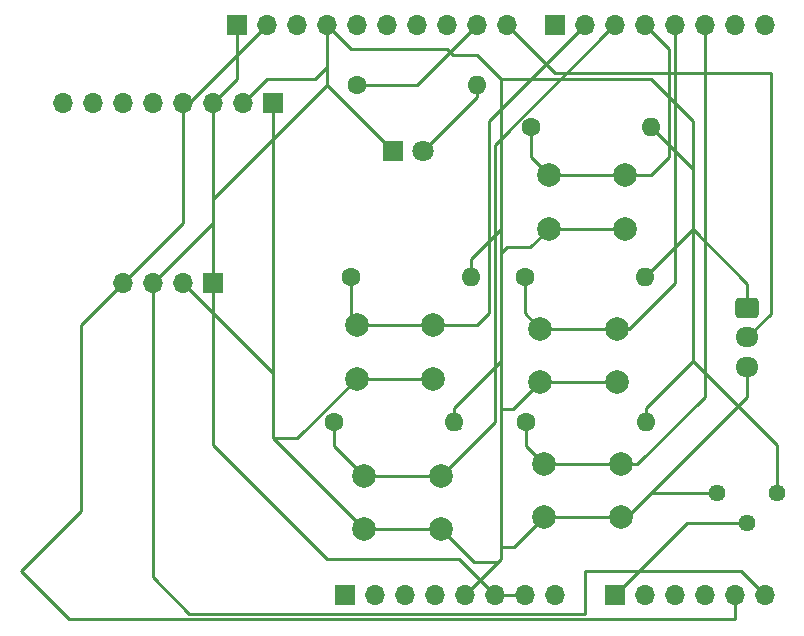
<source format=gbr>
%TF.GenerationSoftware,KiCad,Pcbnew,8.0.8*%
%TF.CreationDate,2025-02-04T02:58:57-07:00*%
%TF.ProjectId,iugplknlk,69756770-6c6b-46e6-9c6b-2e6b69636164,rev?*%
%TF.SameCoordinates,Original*%
%TF.FileFunction,Copper,L1,Top*%
%TF.FilePolarity,Positive*%
%FSLAX46Y46*%
G04 Gerber Fmt 4.6, Leading zero omitted, Abs format (unit mm)*
G04 Created by KiCad (PCBNEW 8.0.8) date 2025-02-04 02:58:57*
%MOMM*%
%LPD*%
G01*
G04 APERTURE LIST*
G04 Aperture macros list*
%AMRoundRect*
0 Rectangle with rounded corners*
0 $1 Rounding radius*
0 $2 $3 $4 $5 $6 $7 $8 $9 X,Y pos of 4 corners*
0 Add a 4 corners polygon primitive as box body*
4,1,4,$2,$3,$4,$5,$6,$7,$8,$9,$2,$3,0*
0 Add four circle primitives for the rounded corners*
1,1,$1+$1,$2,$3*
1,1,$1+$1,$4,$5*
1,1,$1+$1,$6,$7*
1,1,$1+$1,$8,$9*
0 Add four rect primitives between the rounded corners*
20,1,$1+$1,$2,$3,$4,$5,0*
20,1,$1+$1,$4,$5,$6,$7,0*
20,1,$1+$1,$6,$7,$8,$9,0*
20,1,$1+$1,$8,$9,$2,$3,0*%
G04 Aperture macros list end*
%TA.AperFunction,ComponentPad*%
%ADD10R,1.700000X1.700000*%
%TD*%
%TA.AperFunction,ComponentPad*%
%ADD11O,1.700000X1.700000*%
%TD*%
%TA.AperFunction,ComponentPad*%
%ADD12C,1.600000*%
%TD*%
%TA.AperFunction,ComponentPad*%
%ADD13O,1.600000X1.600000*%
%TD*%
%TA.AperFunction,ComponentPad*%
%ADD14C,2.000000*%
%TD*%
%TA.AperFunction,ComponentPad*%
%ADD15R,1.800000X1.800000*%
%TD*%
%TA.AperFunction,ComponentPad*%
%ADD16C,1.800000*%
%TD*%
%TA.AperFunction,ComponentPad*%
%ADD17RoundRect,0.250000X-0.725000X0.600000X-0.725000X-0.600000X0.725000X-0.600000X0.725000X0.600000X0*%
%TD*%
%TA.AperFunction,ComponentPad*%
%ADD18O,1.950000X1.700000*%
%TD*%
%TA.AperFunction,ComponentPad*%
%ADD19C,1.440000*%
%TD*%
%TA.AperFunction,Conductor*%
%ADD20C,0.250000*%
%TD*%
G04 APERTURE END LIST*
D10*
%TO.P,J1,1,Pin_1*%
%TO.N,unconnected-(J1-Pin_1-Pad1)*%
X127940000Y-97460000D03*
D11*
%TO.P,J1,2,Pin_2*%
%TO.N,/IOREF*%
X130480000Y-97460000D03*
%TO.P,J1,3,Pin_3*%
%TO.N,/~{RESET}*%
X133020000Y-97460000D03*
%TO.P,J1,4,Pin_4*%
%TO.N,+3V3*%
X135560000Y-97460000D03*
%TO.P,J1,5,Pin_5*%
%TO.N,+5V*%
X138100000Y-97460000D03*
%TO.P,J1,6,Pin_6*%
%TO.N,GND*%
X140640000Y-97460000D03*
%TO.P,J1,7,Pin_7*%
X143180000Y-97460000D03*
%TO.P,J1,8,Pin_8*%
%TO.N,VCC*%
X145720000Y-97460000D03*
%TD*%
D10*
%TO.P,J3,1,Pin_1*%
%TO.N,/temp_sensor*%
X150800000Y-97460000D03*
D11*
%TO.P,J3,2,Pin_2*%
%TO.N,/A1*%
X153340000Y-97460000D03*
%TO.P,J3,3,Pin_3*%
%TO.N,/A2*%
X155880000Y-97460000D03*
%TO.P,J3,4,Pin_4*%
%TO.N,/A3*%
X158420000Y-97460000D03*
%TO.P,J3,5,Pin_5*%
%TO.N,/I2C_SDA*%
X160960000Y-97460000D03*
%TO.P,J3,6,Pin_6*%
%TO.N,/I2C_SCL*%
X163500000Y-97460000D03*
%TD*%
D10*
%TO.P,J2,1,Pin_1*%
%TO.N,/I2C_SCL*%
X118796000Y-49200000D03*
D11*
%TO.P,J2,2,Pin_2*%
%TO.N,/I2C_SDA*%
X121336000Y-49200000D03*
%TO.P,J2,3,Pin_3*%
%TO.N,/AREF*%
X123876000Y-49200000D03*
%TO.P,J2,4,Pin_4*%
%TO.N,GND*%
X126416000Y-49200000D03*
%TO.P,J2,5,Pin_5*%
%TO.N,/13*%
X128956000Y-49200000D03*
%TO.P,J2,6,Pin_6*%
%TO.N,/12*%
X131496000Y-49200000D03*
%TO.P,J2,7,Pin_7*%
%TO.N,/\u002A11*%
X134036000Y-49200000D03*
%TO.P,J2,8,Pin_8*%
%TO.N,/\u002A10*%
X136576000Y-49200000D03*
%TO.P,J2,9,Pin_9*%
%TO.N,/led_light*%
X139116000Y-49200000D03*
%TO.P,J2,10,Pin_10*%
%TO.N,/temp_digital*%
X141656000Y-49200000D03*
%TD*%
D10*
%TO.P,J4,1,Pin_1*%
%TO.N,/7*%
X145720000Y-49200000D03*
D11*
%TO.P,J4,2,Pin_2*%
%TO.N,/button_light*%
X148260000Y-49200000D03*
%TO.P,J4,3,Pin_3*%
%TO.N,/button_cal*%
X150800000Y-49200000D03*
%TO.P,J4,4,Pin_4*%
%TO.N,/button_units*%
X153340000Y-49200000D03*
%TO.P,J4,5,Pin_5*%
%TO.N,/button_lock*%
X155880000Y-49200000D03*
%TO.P,J4,6,Pin_6*%
%TO.N,/button_onoff*%
X158420000Y-49200000D03*
%TO.P,J4,7,Pin_7*%
%TO.N,/TX{slash}1*%
X160960000Y-49200000D03*
%TO.P,J4,8,Pin_8*%
%TO.N,/RX{slash}0*%
X163500000Y-49200000D03*
%TD*%
D12*
%TO.P,R6,1*%
%TO.N,/led_light*%
X128956000Y-54280000D03*
D13*
%TO.P,R6,2*%
%TO.N,Net-(D1-A)*%
X139116000Y-54280000D03*
%TD*%
D10*
%TO.P,J6,1,Pin_1*%
%TO.N,GND*%
X116764000Y-71044000D03*
D11*
%TO.P,J6,2,Pin_2*%
%TO.N,+5V*%
X114224000Y-71044000D03*
%TO.P,J6,3,Pin_3*%
%TO.N,/I2C_SCL*%
X111684000Y-71044000D03*
%TO.P,J6,4,Pin_4*%
%TO.N,/I2C_SDA*%
X109144000Y-71044000D03*
%TD*%
D14*
%TO.P,SW5,2,B*%
%TO.N,+5V*%
X151308000Y-90856000D03*
X144808000Y-90856000D03*
%TO.P,SW5,1,A*%
%TO.N,/button_onoff*%
X151308000Y-86356000D03*
X144808000Y-86356000D03*
%TD*%
D10*
%TO.P,J5,1,Pin_1*%
%TO.N,+5V*%
X121844000Y-55804000D03*
D11*
%TO.P,J5,2,Pin_2*%
%TO.N,GND*%
X119304000Y-55804000D03*
%TO.P,J5,3,Pin_3*%
%TO.N,/I2C_SCL*%
X116764000Y-55804000D03*
%TO.P,J5,4,Pin_4*%
%TO.N,/I2C_SDA*%
X114224000Y-55804000D03*
%TO.P,J5,5,Pin_5*%
%TO.N,unconnected-(J5-Pin_5-Pad5)*%
X111684000Y-55804000D03*
%TO.P,J5,6,Pin_6*%
%TO.N,unconnected-(J5-Pin_6-Pad6)*%
X109144000Y-55804000D03*
%TO.P,J5,7,Pin_7*%
%TO.N,unconnected-(J5-Pin_7-Pad7)*%
X106604000Y-55804000D03*
%TO.P,J5,8,Pin_8*%
%TO.N,unconnected-(J5-Pin_8-Pad8)*%
X104064000Y-55804000D03*
%TD*%
D14*
%TO.P,SW1,1,A*%
%TO.N,/button_units*%
X145212000Y-61900000D03*
X151712000Y-61900000D03*
%TO.P,SW1,2,B*%
%TO.N,+5V*%
X145212000Y-66400000D03*
X151712000Y-66400000D03*
%TD*%
%TO.P,SW4,1,A*%
%TO.N,/button_light*%
X128956000Y-74600000D03*
X135456000Y-74600000D03*
%TO.P,SW4,2,B*%
%TO.N,+5V*%
X128956000Y-79100000D03*
X135456000Y-79100000D03*
%TD*%
%TO.P,SW3,2,B*%
%TO.N,+5V*%
X151002000Y-79390000D03*
X144502000Y-79390000D03*
%TO.P,SW3,1,A*%
%TO.N,/button_lock*%
X151002000Y-74890000D03*
X144502000Y-74890000D03*
%TD*%
D13*
%TO.P,R3,2*%
%TO.N,GND*%
X153340000Y-70536000D03*
D12*
%TO.P,R3,1*%
%TO.N,/button_lock*%
X143180000Y-70536000D03*
%TD*%
D15*
%TO.P,D1,1,K*%
%TO.N,GND*%
X132004000Y-59868000D03*
D16*
%TO.P,D1,2,A*%
%TO.N,Net-(D1-A)*%
X134544000Y-59868000D03*
%TD*%
D12*
%TO.P,R2,1*%
%TO.N,/button_cal*%
X127028000Y-82800000D03*
D13*
%TO.P,R2,2*%
%TO.N,GND*%
X137188000Y-82800000D03*
%TD*%
D12*
%TO.P,R5,1*%
%TO.N,/button_onoff*%
X143284000Y-82800000D03*
D13*
%TO.P,R5,2*%
%TO.N,GND*%
X153444000Y-82800000D03*
%TD*%
D14*
%TO.P,SW2,1,A*%
%TO.N,/button_cal*%
X129568000Y-87372000D03*
X136068000Y-87372000D03*
%TO.P,SW2,2,B*%
%TO.N,+5V*%
X129568000Y-91872000D03*
X136068000Y-91872000D03*
%TD*%
D17*
%TO.P,J7,1,Pin_1*%
%TO.N,GND*%
X161993000Y-73116000D03*
D18*
%TO.P,J7,2,Pin_2*%
%TO.N,/temp_digital*%
X161993000Y-75616000D03*
%TO.P,J7,3,Pin_3*%
%TO.N,+5V*%
X161993000Y-78116000D03*
%TD*%
D12*
%TO.P,R1,1*%
%TO.N,/button_units*%
X143688000Y-57836000D03*
D13*
%TO.P,R1,2*%
%TO.N,GND*%
X153848000Y-57836000D03*
%TD*%
D19*
%TO.P,RV1,1,1*%
%TO.N,+5V*%
X159436000Y-88824000D03*
%TO.P,RV1,2,2*%
%TO.N,/temp_sensor*%
X161976000Y-91364000D03*
%TO.P,RV1,3,3*%
%TO.N,GND*%
X164516000Y-88824000D03*
%TD*%
D12*
%TO.P,R4,1*%
%TO.N,/button_light*%
X128448000Y-70536000D03*
D13*
%TO.P,R4,2*%
%TO.N,GND*%
X138608000Y-70536000D03*
%TD*%
D20*
%TO.N,/button_units*%
X145212000Y-61900000D02*
X151712000Y-61900000D01*
X143688000Y-60376000D02*
X145212000Y-61900000D01*
X143688000Y-57836000D02*
X143688000Y-60376000D01*
%TO.N,+5V*%
X141148000Y-81712000D02*
X142180000Y-81712000D01*
X142180000Y-81712000D02*
X144502000Y-79390000D01*
X141148000Y-81712000D02*
X141148000Y-68504000D01*
X141148000Y-93396000D02*
X141148000Y-81712000D01*
X138862000Y-94666000D02*
X136068000Y-91872000D01*
X140894000Y-94666000D02*
X138862000Y-94666000D01*
X140894000Y-94666000D02*
X141148000Y-94412000D01*
X138100000Y-97460000D02*
X140894000Y-94666000D01*
X144502000Y-79390000D02*
X151002000Y-79390000D01*
X145212000Y-66400000D02*
X151712000Y-66400000D01*
%TO.N,/I2C_SDA*%
X114224000Y-65964000D02*
X109144000Y-71044000D01*
X114224000Y-55804000D02*
X114224000Y-65964000D01*
%TO.N,/I2C_SCL*%
X116764000Y-65964000D02*
X111684000Y-71044000D01*
X116764000Y-55804000D02*
X116764000Y-65964000D01*
%TO.N,/I2C_SDA*%
X114732000Y-55804000D02*
X114224000Y-55804000D01*
X121336000Y-49200000D02*
X114732000Y-55804000D01*
%TO.N,+5V*%
X161993000Y-80679000D02*
X161993000Y-78116000D01*
X153848000Y-88824000D02*
X161993000Y-80679000D01*
X153848000Y-88824000D02*
X159436000Y-88824000D01*
X151816000Y-90856000D02*
X153848000Y-88824000D01*
X151308000Y-90856000D02*
X151816000Y-90856000D01*
X144808000Y-90856000D02*
X151308000Y-90856000D01*
X142268000Y-93396000D02*
X144808000Y-90856000D01*
X141148000Y-93396000D02*
X142268000Y-93396000D01*
X141148000Y-94412000D02*
X141148000Y-93396000D01*
X141656000Y-67996000D02*
X143616000Y-67996000D01*
X141148000Y-68504000D02*
X141656000Y-67996000D01*
X143616000Y-67996000D02*
X145212000Y-66400000D01*
X128956000Y-79100000D02*
X135456000Y-79100000D01*
X123908000Y-84148000D02*
X128956000Y-79100000D01*
X121844000Y-84148000D02*
X123908000Y-84148000D01*
X121844000Y-78664000D02*
X114224000Y-71044000D01*
X121844000Y-84148000D02*
X121844000Y-78664000D01*
X121844000Y-84148000D02*
X121844000Y-55804000D01*
X129568000Y-91872000D02*
X121844000Y-84148000D01*
X129568000Y-91872000D02*
X136068000Y-91872000D01*
%TO.N,Net-(D1-A)*%
X139116000Y-55296000D02*
X139116000Y-54280000D01*
X134544000Y-59868000D02*
X139116000Y-55296000D01*
%TO.N,/led_light*%
X134036000Y-54280000D02*
X128956000Y-54280000D01*
X139116000Y-49200000D02*
X134036000Y-54280000D01*
%TO.N,/button_cal*%
X129568000Y-87372000D02*
X136068000Y-87372000D01*
X127028000Y-84832000D02*
X129568000Y-87372000D01*
X127028000Y-82800000D02*
X127028000Y-84832000D01*
%TO.N,/button_onoff*%
X144808000Y-86356000D02*
X151308000Y-86356000D01*
X143284000Y-84832000D02*
X144808000Y-86356000D01*
X143284000Y-82800000D02*
X143284000Y-84832000D01*
%TO.N,/button_lock*%
X144502000Y-74890000D02*
X151002000Y-74890000D01*
X143180000Y-73568000D02*
X144502000Y-74890000D01*
X143180000Y-70536000D02*
X143180000Y-73568000D01*
%TO.N,/button_light*%
X135456000Y-74600000D02*
X128956000Y-74600000D01*
X128448000Y-74092000D02*
X128956000Y-74600000D01*
X128448000Y-70536000D02*
X128448000Y-74092000D01*
%TO.N,/temp_sensor*%
X156896000Y-91364000D02*
X150800000Y-97460000D01*
X161976000Y-91364000D02*
X156896000Y-91364000D01*
%TO.N,/button_light*%
X139116000Y-74600000D02*
X135456000Y-74600000D01*
X140132000Y-73584000D02*
X139116000Y-74600000D01*
X148260000Y-49200000D02*
X140132000Y-57328000D01*
X140132000Y-57328000D02*
X140132000Y-73584000D01*
%TO.N,/button_cal*%
X140640000Y-82800000D02*
X136068000Y-87372000D01*
X140640000Y-59293009D02*
X140640000Y-82800000D01*
X150733009Y-49200000D02*
X140640000Y-59293009D01*
X150800000Y-49200000D02*
X150733009Y-49200000D01*
%TO.N,/button_units*%
X153848000Y-61900000D02*
X151712000Y-61900000D01*
X155372000Y-60376000D02*
X153848000Y-61900000D01*
X155372000Y-51232000D02*
X155372000Y-60376000D01*
X153340000Y-49200000D02*
X155372000Y-51232000D01*
%TO.N,/button_lock*%
X152034000Y-74890000D02*
X151002000Y-74890000D01*
X155880000Y-71044000D02*
X152034000Y-74890000D01*
X155880000Y-49200000D02*
X155880000Y-71044000D01*
%TO.N,/button_onoff*%
X152722213Y-86356000D02*
X151308000Y-86356000D01*
X158420000Y-80658213D02*
X152722213Y-86356000D01*
X158420000Y-49200000D02*
X158420000Y-80658213D01*
%TO.N,+5V*%
X128520000Y-79100000D02*
X128956000Y-79100000D01*
%TO.N,/led_light*%
X128956000Y-54280000D02*
X129464000Y-53772000D01*
%TO.N,GND*%
X161993000Y-73116000D02*
X162444000Y-73116000D01*
%TD*%
D10*
%TO.P,J1,1,Pin_1*%
%TO.N,unconnected-(J1-Pin_1-Pad1)*%
X127940000Y-97460000D03*
D11*
%TO.P,J1,2,Pin_2*%
%TO.N,/IOREF*%
X130480000Y-97460000D03*
%TO.P,J1,3,Pin_3*%
%TO.N,/~{RESET}*%
X133020000Y-97460000D03*
%TO.P,J1,4,Pin_4*%
%TO.N,+3V3*%
X135560000Y-97460000D03*
%TO.P,J1,5,Pin_5*%
%TO.N,+5V*%
X138100000Y-97460000D03*
%TO.P,J1,6,Pin_6*%
%TO.N,GND*%
X140640000Y-97460000D03*
%TO.P,J1,7,Pin_7*%
X143180000Y-97460000D03*
%TO.P,J1,8,Pin_8*%
%TO.N,VCC*%
X145720000Y-97460000D03*
%TD*%
D10*
%TO.P,J3,1,Pin_1*%
%TO.N,/temp_sensor*%
X150800000Y-97460000D03*
D11*
%TO.P,J3,2,Pin_2*%
%TO.N,/A1*%
X153340000Y-97460000D03*
%TO.P,J3,3,Pin_3*%
%TO.N,/A2*%
X155880000Y-97460000D03*
%TO.P,J3,4,Pin_4*%
%TO.N,/A3*%
X158420000Y-97460000D03*
%TO.P,J3,5,Pin_5*%
%TO.N,/I2C_SDA*%
X160960000Y-97460000D03*
%TO.P,J3,6,Pin_6*%
%TO.N,/I2C_SCL*%
X163500000Y-97460000D03*
%TD*%
D10*
%TO.P,J2,1,Pin_1*%
%TO.N,/I2C_SCL*%
X118796000Y-49200000D03*
D11*
%TO.P,J2,2,Pin_2*%
%TO.N,/I2C_SDA*%
X121336000Y-49200000D03*
%TO.P,J2,3,Pin_3*%
%TO.N,/AREF*%
X123876000Y-49200000D03*
%TO.P,J2,4,Pin_4*%
%TO.N,GND*%
X126416000Y-49200000D03*
%TO.P,J2,5,Pin_5*%
%TO.N,/13*%
X128956000Y-49200000D03*
%TO.P,J2,6,Pin_6*%
%TO.N,/12*%
X131496000Y-49200000D03*
%TO.P,J2,7,Pin_7*%
%TO.N,/\u002A11*%
X134036000Y-49200000D03*
%TO.P,J2,8,Pin_8*%
%TO.N,/\u002A10*%
X136576000Y-49200000D03*
%TO.P,J2,9,Pin_9*%
%TO.N,/led_light*%
X139116000Y-49200000D03*
%TO.P,J2,10,Pin_10*%
%TO.N,/temp_digital*%
X141656000Y-49200000D03*
%TD*%
D10*
%TO.P,J4,1,Pin_1*%
%TO.N,/7*%
X145720000Y-49200000D03*
D11*
%TO.P,J4,2,Pin_2*%
%TO.N,/button_light*%
X148260000Y-49200000D03*
%TO.P,J4,3,Pin_3*%
%TO.N,/button_cal*%
X150800000Y-49200000D03*
%TO.P,J4,4,Pin_4*%
%TO.N,/button_units*%
X153340000Y-49200000D03*
%TO.P,J4,5,Pin_5*%
%TO.N,/button_lock*%
X155880000Y-49200000D03*
%TO.P,J4,6,Pin_6*%
%TO.N,/button_onoff*%
X158420000Y-49200000D03*
%TO.P,J4,7,Pin_7*%
%TO.N,/TX{slash}1*%
X160960000Y-49200000D03*
%TO.P,J4,8,Pin_8*%
%TO.N,/RX{slash}0*%
X163500000Y-49200000D03*
%TD*%
D12*
%TO.P,R6,1*%
%TO.N,/led_light*%
X128956000Y-54280000D03*
D13*
%TO.P,R6,2*%
%TO.N,Net-(D1-A)*%
X139116000Y-54280000D03*
%TD*%
D10*
%TO.P,J6,1,Pin_1*%
%TO.N,GND*%
X116764000Y-71044000D03*
D11*
%TO.P,J6,2,Pin_2*%
%TO.N,+5V*%
X114224000Y-71044000D03*
%TO.P,J6,3,Pin_3*%
%TO.N,/I2C_SCL*%
X111684000Y-71044000D03*
%TO.P,J6,4,Pin_4*%
%TO.N,/I2C_SDA*%
X109144000Y-71044000D03*
%TD*%
D14*
%TO.P,SW5,2,B*%
%TO.N,+5V*%
X151308000Y-90856000D03*
X144808000Y-90856000D03*
%TO.P,SW5,1,A*%
%TO.N,/button_onoff*%
X151308000Y-86356000D03*
X144808000Y-86356000D03*
%TD*%
D10*
%TO.P,J5,1,Pin_1*%
%TO.N,+5V*%
X121844000Y-55804000D03*
D11*
%TO.P,J5,2,Pin_2*%
%TO.N,GND*%
X119304000Y-55804000D03*
%TO.P,J5,3,Pin_3*%
%TO.N,/I2C_SCL*%
X116764000Y-55804000D03*
%TO.P,J5,4,Pin_4*%
%TO.N,/I2C_SDA*%
X114224000Y-55804000D03*
%TO.P,J5,5,Pin_5*%
%TO.N,unconnected-(J5-Pin_5-Pad5)*%
X111684000Y-55804000D03*
%TO.P,J5,6,Pin_6*%
%TO.N,unconnected-(J5-Pin_6-Pad6)*%
X109144000Y-55804000D03*
%TO.P,J5,7,Pin_7*%
%TO.N,unconnected-(J5-Pin_7-Pad7)*%
X106604000Y-55804000D03*
%TO.P,J5,8,Pin_8*%
%TO.N,unconnected-(J5-Pin_8-Pad8)*%
X104064000Y-55804000D03*
%TD*%
D14*
%TO.P,SW1,1,A*%
%TO.N,/button_units*%
X145212000Y-61900000D03*
X151712000Y-61900000D03*
%TO.P,SW1,2,B*%
%TO.N,+5V*%
X145212000Y-66400000D03*
X151712000Y-66400000D03*
%TD*%
%TO.P,SW4,1,A*%
%TO.N,/button_light*%
X128956000Y-74600000D03*
X135456000Y-74600000D03*
%TO.P,SW4,2,B*%
%TO.N,+5V*%
X128956000Y-79100000D03*
X135456000Y-79100000D03*
%TD*%
%TO.P,SW3,2,B*%
%TO.N,+5V*%
X151002000Y-79390000D03*
X144502000Y-79390000D03*
%TO.P,SW3,1,A*%
%TO.N,/button_lock*%
X151002000Y-74890000D03*
X144502000Y-74890000D03*
%TD*%
D13*
%TO.P,R3,2*%
%TO.N,GND*%
X153340000Y-70536000D03*
D12*
%TO.P,R3,1*%
%TO.N,/button_lock*%
X143180000Y-70536000D03*
%TD*%
D15*
%TO.P,D1,1,K*%
%TO.N,GND*%
X132004000Y-59868000D03*
D16*
%TO.P,D1,2,A*%
%TO.N,Net-(D1-A)*%
X134544000Y-59868000D03*
%TD*%
D12*
%TO.P,R2,1*%
%TO.N,/button_cal*%
X127028000Y-82800000D03*
D13*
%TO.P,R2,2*%
%TO.N,GND*%
X137188000Y-82800000D03*
%TD*%
D12*
%TO.P,R5,1*%
%TO.N,/button_onoff*%
X143284000Y-82800000D03*
D13*
%TO.P,R5,2*%
%TO.N,GND*%
X153444000Y-82800000D03*
%TD*%
D14*
%TO.P,SW2,1,A*%
%TO.N,/button_cal*%
X129568000Y-87372000D03*
X136068000Y-87372000D03*
%TO.P,SW2,2,B*%
%TO.N,+5V*%
X129568000Y-91872000D03*
X136068000Y-91872000D03*
%TD*%
D17*
%TO.P,J7,1,Pin_1*%
%TO.N,GND*%
X161993000Y-73116000D03*
D18*
%TO.P,J7,2,Pin_2*%
%TO.N,/temp_digital*%
X161993000Y-75616000D03*
%TO.P,J7,3,Pin_3*%
%TO.N,+5V*%
X161993000Y-78116000D03*
%TD*%
D12*
%TO.P,R1,1*%
%TO.N,/button_units*%
X143688000Y-57836000D03*
D13*
%TO.P,R1,2*%
%TO.N,GND*%
X153848000Y-57836000D03*
%TD*%
D19*
%TO.P,RV1,1,1*%
%TO.N,+5V*%
X159436000Y-88824000D03*
%TO.P,RV1,2,2*%
%TO.N,/temp_sensor*%
X161976000Y-91364000D03*
%TO.P,RV1,3,3*%
%TO.N,GND*%
X164516000Y-88824000D03*
%TD*%
D12*
%TO.P,R4,1*%
%TO.N,/button_light*%
X128448000Y-70536000D03*
D13*
%TO.P,R4,2*%
%TO.N,GND*%
X138608000Y-70536000D03*
%TD*%
D20*
%TO.N,GND*%
X116764000Y-84760000D02*
X116764000Y-71044000D01*
X126416000Y-94412000D02*
X116764000Y-84760000D01*
X137592000Y-94412000D02*
X126416000Y-94412000D01*
X140640000Y-97460000D02*
X137592000Y-94412000D01*
X140640000Y-97460000D02*
X143180000Y-97460000D01*
X164516000Y-84760000D02*
X157404000Y-77648000D01*
X164516000Y-88824000D02*
X164516000Y-84760000D01*
X161993000Y-71061000D02*
X157404000Y-66472000D01*
X161993000Y-73116000D02*
X161993000Y-71061000D01*
X157404000Y-65964000D02*
X157404000Y-77648000D01*
X153340000Y-70536000D02*
X157404000Y-66472000D01*
X157404000Y-66472000D02*
X157404000Y-65964000D01*
X157404000Y-62408000D02*
X157404000Y-65964000D01*
X157404000Y-61392000D02*
X153848000Y-57836000D01*
X157404000Y-62408000D02*
X157404000Y-61392000D01*
X157404000Y-57328000D02*
X157404000Y-62408000D01*
X153444000Y-81608000D02*
X153444000Y-82800000D01*
X157404000Y-77648000D02*
X153444000Y-81608000D01*
X153848000Y-53772000D02*
X157404000Y-57328000D01*
X141148000Y-53772000D02*
X153848000Y-53772000D01*
X141148000Y-66472000D02*
X138608000Y-69012000D01*
X141148000Y-66472000D02*
X141148000Y-77648000D01*
X141148000Y-53772000D02*
X141148000Y-66472000D01*
X138608000Y-69012000D02*
X138608000Y-70536000D01*
X137188000Y-81608000D02*
X137188000Y-82800000D01*
X141148000Y-77648000D02*
X137188000Y-81608000D01*
X136576000Y-51232000D02*
X137084000Y-51740000D01*
X128448000Y-51232000D02*
X136576000Y-51232000D01*
X137084000Y-51740000D02*
X139116000Y-51740000D01*
X139116000Y-51740000D02*
X141148000Y-53772000D01*
X126416000Y-49200000D02*
X128448000Y-51232000D01*
X116764000Y-63932000D02*
X116764000Y-71044000D01*
X126416000Y-54280000D02*
X116764000Y-63932000D01*
X125400000Y-53772000D02*
X121336000Y-53772000D01*
X126416000Y-52756000D02*
X125400000Y-53772000D01*
X126416000Y-52756000D02*
X126416000Y-54280000D01*
X121336000Y-53772000D02*
X119304000Y-55804000D01*
X126416000Y-54280000D02*
X132004000Y-59868000D01*
%TO.N,/I2C_SCL*%
X148260000Y-95428000D02*
X161468000Y-95428000D01*
X161468000Y-95428000D02*
X163500000Y-97460000D01*
X114790000Y-99042000D02*
X148260000Y-99042000D01*
X111684000Y-95936000D02*
X114790000Y-99042000D01*
X111684000Y-71044000D02*
X111684000Y-95936000D01*
X148260000Y-99042000D02*
X148260000Y-95428000D01*
%TO.N,/I2C_SDA*%
X105588000Y-90348000D02*
X100508000Y-95428000D01*
X105588000Y-74600000D02*
X105588000Y-90348000D01*
X105588000Y-74600000D02*
X109144000Y-71044000D01*
X104572000Y-99492000D02*
X100508000Y-95428000D01*
X160960000Y-99492000D02*
X104572000Y-99492000D01*
X160960000Y-97460000D02*
X160960000Y-99492000D01*
%TO.N,/I2C_SCL*%
X118796000Y-53772000D02*
X116764000Y-55804000D01*
X118796000Y-49200000D02*
X118796000Y-53772000D01*
%TO.N,/temp_digital*%
X164008000Y-73601000D02*
X161993000Y-75616000D01*
X164008000Y-53264000D02*
X164008000Y-73601000D01*
X145720000Y-53264000D02*
X164008000Y-53264000D01*
X141656000Y-49200000D02*
X145720000Y-53264000D01*
%TO.N,GND*%
X137188000Y-82800000D02*
X137696000Y-83308000D01*
%TO.N,/button_cal*%
X127028000Y-82733009D02*
X127028000Y-82800000D01*
%TO.N,GND*%
X152936000Y-83308000D02*
X153444000Y-82800000D01*
%TO.N,/button_cal*%
X150800000Y-49200000D02*
X150733009Y-49200000D01*
%TO.N,GND*%
X126416000Y-49200000D02*
X126416000Y-52756000D01*
%TD*%
M02*

</source>
